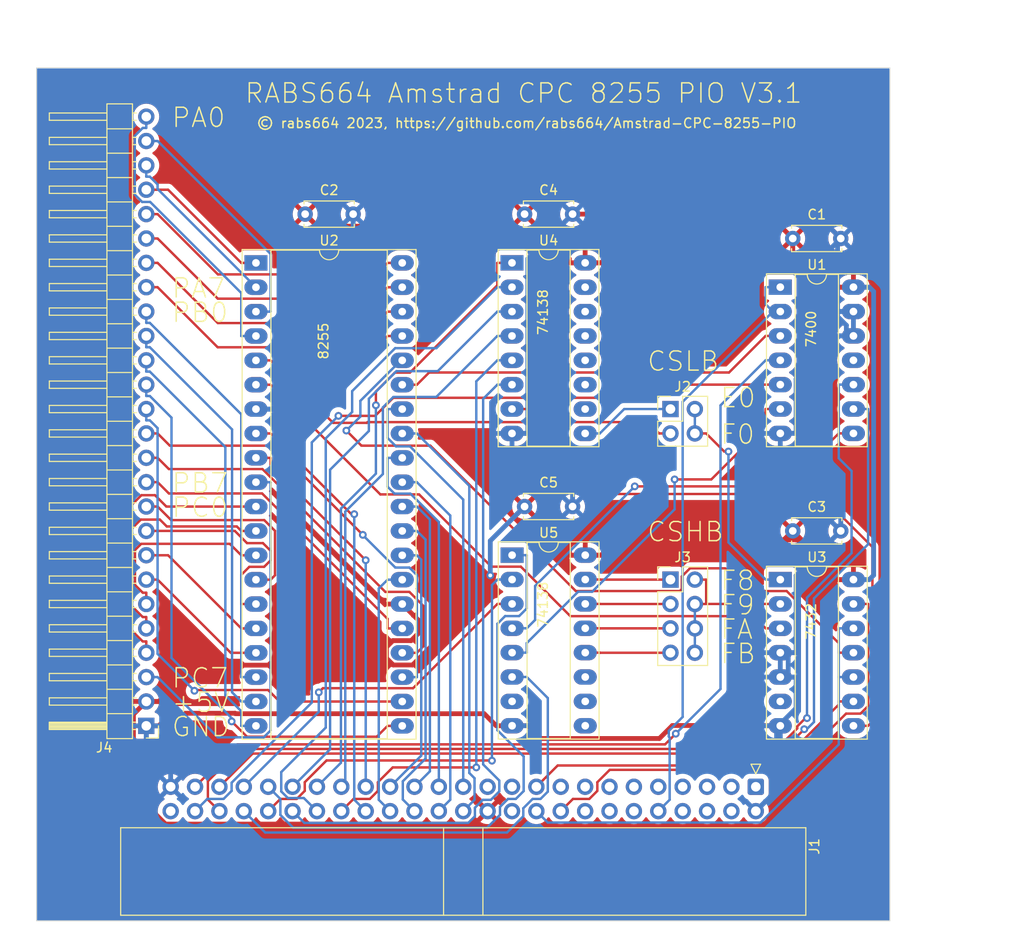
<source format=kicad_pcb>
(kicad_pcb (version 20221018) (generator pcbnew)
  (title_block (title "RABS664 Amstrad CPC 8255 PIO") (date "2023-06-26") (rev "3.1") (company "https://github.com/rabs664/Amstrad-CPC-8255-PIO"))
  (layers (0 "F.Cu" signal) (31 "B.Cu" signal) (34 "B.Paste" user) (35 "F.Paste" user) (36 "B.SilkS" user "B.Silkscreen") (37 "F.SilkS" user "F.Silkscreen") (38 "B.Mask" user) (39 "F.Mask" user) (44 "Edge.Cuts" user))
  (net 0 "")
  (net 1 "+5V")
  (net 2 "GND")
  (net 11 "/~{RESET}")
  (net 19 "/~{WR}")
  (net 20 "/~{RD}")
  (net 21 "/~{IORQ}")
  (net 25 "/D0")
  (net 26 "/D1")
  (net 27 "/D2")
  (net 28 "/D3")
  (net 29 "/D4")
  (net 30 "/D5")
  (net 31 "/D6")
  (net 32 "/D7")
  (net 33 "/A0")
  (net 34 "/A1")
  (net 35 "/A2")
  (net 36 "/A3")
  (net 37 "/A4")
  (net 38 "/A5")
  (net 39 "/A6")
  (net 40 "/A7")
  (net 41 "/A8")
  (net 42 "/A9")
  (net 43 "/A10")
  (net 44 "/A11")
  (net 45 "/A12")
  (net 46 "/A13")
  (net 47 "/A14")
  (net 48 "/A15")
  (net 50 "/E0")
  (net 51 "/~{CSLB}")
  (net 52 "/F0")
  (net 53 "/F8")
  (net 54 "/~{CSHB}")
  (net 55 "/F9")
  (net 56 "/FA")
  (net 57 "/FB")
  (net 58 "/PA0")
  (net 59 "/PA1")
  (net 60 "/PA2")
  (net 61 "/PA3")
  (net 62 "/PA4")
  (net 63 "/PA5")
  (net 64 "/PA6")
  (net 65 "/PA7")
  (net 66 "/PB0")
  (net 67 "/PB1")
  (net 68 "/PB2")
  (net 69 "/PB3")
  (net 70 "/PB4")
  (net 71 "/PB5")
  (net 72 "/PB6")
  (net 73 "/PB7")
  (net 74 "/PC0")
  (net 75 "/PC1")
  (net 76 "/PC2")
  (net 77 "/PC3")
  (net 78 "/PC4")
  (net 79 "/PC5")
  (net 80 "/PC6")
  (net 81 "/PC7")
  (net 82 "/RESET")
  (net 83 "Net-(U5-E2)")
  (net 84 "Net-(U5-E1)")
  (net 86 "/~{IORD}")
  (net 98 "/~{CS}")
  (net 99 "/~{IOWR}")
  (footprint "Package_DIP:DIP-40_W15.24mm_Socket_LongPads" (layer "F.Cu") (at 119.375 88.905)
    (fp_text reference "U2")
    (fp_text value "82C55A")
  )
  (footprint "Package_DIP:DIP-16_W7.62mm_Socket_LongPads" (layer "F.Cu") (at 146.05 88.9)
    (fp_text reference "U4")
    (fp_text value "74HCT138")
  )
  (footprint "Package_DIP:DIP-14_W7.62mm_Socket_LongPads" (layer "F.Cu") (at 174 121.915)
    (fp_text reference "U3")
    (fp_text value "74HCT32")
  )
  (footprint "Capacitor_THT:C_Disc_D5.0mm_W2.5mm_P5.00mm" (layer "F.Cu") (at 175.3 116.84)
    (fp_text reference "C3")
    (fp_text value "100nF")
  )
  (footprint "Package_DIP:DIP-16_W7.62mm_Socket_LongPads" (layer "F.Cu") (at 146.06 119.37)
    (fp_text reference "U5")
    (fp_text value "74HCT138")
  )
  (footprint "Connector_IDC:IDC-Header_2x25_P2.54mm_Horizontal" (layer "F.Cu") (at 171.45 143.51 -90)
    (fp_text reference "J1")
    (fp_text value "Conn_02x25_Odd_Even")
  )
  (footprint "Capacitor_THT:C_Disc_D5.0mm_W2.5mm_P5.00mm" (layer "F.Cu") (at 147.36 83.82)
    (fp_text reference "C4")
    (fp_text value "100nF")
  )
  (footprint "Capacitor_THT:C_Disc_D5.0mm_W2.5mm_P5.00mm" (layer "F.Cu") (at 147.36 114.3)
    (fp_text reference "C5")
    (fp_text value "100nF")
  )
  (footprint "Capacitor_THT:C_Disc_D5.0mm_W2.5mm_P5.00mm" (layer "F.Cu") (at 175.3 86.36)
    (fp_text reference "C1")
    (fp_text value "100nF")
  )
  (footprint "Capacitor_THT:C_Disc_D5.0mm_W2.5mm_P5.00mm" (layer "F.Cu") (at 124.5 83.82)
    (fp_text reference "C2")
    (fp_text value "100nF")
  )
  (footprint "Package_DIP:DIP-14_W7.62mm_Socket_LongPads" (layer "F.Cu") (at 174 91.435)
    (fp_text reference "U1")
    (fp_text value "74HCT00")
  )
  (footprint "Connector_PinHeader_2.54mm:PinHeader_1x26_P2.54mm_Horizontal" (layer "F.Cu") (at 107.95 137.16 180)
    (fp_text reference "J4")
    (fp_text value "Conn_01x26")
  )
  (footprint "Connector_PinHeader_2.54mm:PinHeader_2x02_P2.54mm_Vertical" (layer "F.Cu") (at 162.56 104.14)
    (fp_text reference "J2")
    (fp_text value "Conn_02x02_Odd_Even")
  )
  (footprint "Connector_PinHeader_2.54mm:PinHeader_2x04_P2.54mm_Vertical" (layer "F.Cu") (at 162.56 121.92)
    (fp_text reference "J3")
    (fp_text value "Conn_02x04_Odd_Even")
  )
  (gr_rect (start 96.52 68.58) (end 185.42 157.48) (stroke (width 0.1)) (fill none) (layer "Edge.Cuts"))
  (gr_text "PC7" (at 110.49 133.35) (layer "F.SilkS") (effects (font (size 2 2)) (justify left bottom)))
  (gr_text "PB7" (at 110.49 113.03) (layer "F.SilkS") (effects (font (size 2 2)) (justify left bottom)))
  (gr_text "CSLB" (at 160.02 100.33) (layer "F.SilkS") (effects (font (size 2 2)) (justify left bottom)))
  (gr_text "PA0" (at 110.49 74.93) (layer "F.SilkS") (effects (font (size 2 2)) (justify left bottom)))
  (gr_text "7432" (at 177.8 128.27 90) (layer "F.SilkS") (effects (font (size 1 1)) (justify left bottom)))
  (gr_text "FA" (at 167.64 128.27) (layer "F.SilkS") (effects (font (size 2 2)) (justify left bottom)))
  (gr_text "F8" (at 167.64 123.19) (layer "F.SilkS") (effects (font (size 2 2)) (justify left bottom)))
  (gr_text "© rabs664 2023, https://github.com/rabs664/Amstrad-CPC-8255-PIO" (at 119.38 74.93) (layer "F.SilkS") (effects (font (size 1 1)) (justify left bottom)))
  (gr_text "F9" (at 167.64 125.73) (layer "F.SilkS") (effects (font (size 2 2)) (justify left bottom)))
  (gr_text "PB0" (at 110.49 95.25) (layer "F.SilkS") (effects (font (size 2 2)) (justify left bottom)))
  (gr_text "GND" (at 110.49 138.43) (layer "F.SilkS") (effects (font (size 2 2)) (justify left bottom)))
  (gr_text "8255" (at 127 99.06 90) (layer "F.SilkS") (effects (font (size 1 1)) (justify left bottom)))
  (gr_text "+5V" (at 110.49 135.89) (layer "F.SilkS") (effects (font (size 2 2)) (justify left bottom)))
  (gr_text "E0" (at 167.64 104.14) (layer "F.SilkS") (effects (font (size 2 2)) (justify left bottom)))
  (gr_text "7400" (at 177.8 97.79 90) (layer "F.SilkS") (effects (font (size 1 1)) (justify left bottom)))
  (gr_text "PC0" (at 110.49 115.57) (layer "F.SilkS") (effects (font (size 2 2)) (justify left bottom)))
  (gr_text "F0" (at 167.64 107.95) (layer "F.SilkS") (effects (font (size 2 2)) (justify left bottom)))
  (gr_text "PA7" (at 110.49 92.71) (layer "F.SilkS") (effects (font (size 2 2)) (justify left bottom)))
  (gr_text "CSHB" (at 160.02 118.11) (layer "F.SilkS") (effects (font (size 2 2)) (justify left bottom)))
  (gr_text "74138" (at 149.86 96.52 90) (layer "F.SilkS") (effects (font (size 1 1)) (justify left bottom)))
  (gr_text "RABS664 Amstrad CPC 8255 PIO V3.1" (at 118.11 72.39) (layer "F.SilkS") (effects (font (size 2 2)) (justify left bottom)))
  (gr_text "74138" (at 149.86 127 90) (layer "F.SilkS") (effects (font (size 1 1)) (justify left bottom)))
  (gr_text "FB" (at 167.64 130.81) (layer "F.SilkS") (effects (font (size 2 2)) (justify left bottom)))
  (segment (start 146.1034 85.0766) (end 147.36 83.82) (width 0.5) (layer "F.Cu") (net 1))
  (segment (start 179.9681 91.435) (end 176.943 88.4099) (width 0.5) (layer "F.Cu") (net 1))
  (segment (start 143.51 146.05) (end 142.1576 147.4024) (width 0.5) (layer "F.Cu") (net 1))
  (segment (start 175.8249 117.7718) (end 175.3 117.7718) (width 0.5) (layer "F.Cu") (net 1))
  (segment (start 136.2696 126.1196) (end 134.615 124.465) (width 0.5) (layer "F.Cu") (net 1))
  (segment (start 113.0388 130.8331) (end 132.23 130.8331) (width 0.5) (layer "F.Cu") (net 1))
  (segment (start 142.9358 122.3337) (end 142.9357 122.3337) (width 0.5) (layer "F.Cu") (net 1))
  (segment (start 153.67 88.9) (end 152.0181 88.9) (width 0.5) (layer "F.Cu") (net 1))
  (segment (start 152.0181 88.9) (end 152.0181 88.4781) (width 0.5) (layer "F.Cu") (net 1))
  (segment (start 109.9551 147.4024) (end 106.6123 144.0596) (width 0.5) (layer "F.Cu") (net 1))
  (segment (start 181.62 121.915) (end 179.9681 121.915) (width 0.5) (layer "F.Cu") (net 1))
  (segment (start 132.9631 130.1) (end 132.9631 128.9603) (width 0.5) (layer "F.Cu") (net 1))
  (segment (start 125.7566 85.0766) (end 146.1034 85.0766) (width 0.5) (layer "F.Cu") (net 1))
  (segment (start 152.0281 118.9681) (end 152.0281 119.37) (width 0.5) (layer "F.Cu") (net 1))
  (segment (start 132.9631 128.9603) (end 133.6469 128.2765) (width 0.5) (layer "F.Cu") (net 1))
  (segment (start 132.23 130.8331) (end 132.9631 130.1) (width 0.5) (layer "F.Cu") (net 1))
  (segment (start 147.36 114.3) (end 152.0281 118.9681) (width 0.5) (layer "F.Cu") (net 1))
  (segment (start 133.6469 128.2765) (end 135.5415 128.2765) (width 0.5) (layer "F.Cu") (net 1))
  (segment (start 124.5 83.82) (end 125.7566 85.0766) (width 0.5) (layer "F.Cu") (net 1))
  (segment (start 176.943 88.4099) (end 175.3 88.4099) (width 0.5) (layer "F.Cu") (net 1))
  (segment (start 135.6913 130.815) (end 133.6781 130.815) (width 0.5) (layer "F.Cu") (net 1))
  (segment (start 109.2519 134.62) (end 113.0388 130.8331) (width 0.5) (layer "F.Cu") (net 1))
  (segment (start 106.6123 144.0596) (end 106.6123 135.9577) (width 0.5) (layer "F.Cu") (net 1))
  (segment (start 133.6781 130.815) (end 132.9631 130.1) (width 0.5) (layer "F.Cu") (net 1))
  (segment (start 106.6123 135.9577) (end 107.95 134.62) (width 0.5) (layer "F.Cu") (net 1))
  (segment (start 155.3319 119.37) (end 156.9301 117.7718) (width 0.5) (layer "F.Cu") (net 1))
  (segment (start 153.67 88.9) (end 155.3219 88.9) (width 0.5) (layer "F.Cu") (net 1))
  (segment (start 175.3 116.84) (end 175.3 117.7718) (width 0.5) (layer "F.Cu") (net 1))
  (segment (start 153.68 119.37) (end 155.3319 119.37) (width 0.5) (layer "F.Cu") (net 1))
  (segment (start 143.7885 121.481) (end 142.9358 122.3337) (width 0.5) (layer "F.Cu") (net 1))
  (segment (start 142.9357 123.5706) (end 135.6913 130.815) (width 0.5) (layer "F.Cu") (net 1))
  (segment (start 152.0181 88.4781) (end 147.36 83.82) (width 0.5) (layer "F.Cu") (net 1))
  (segment (start 181.62 91.435) (end 179.9681 91.435) (width 0.5) (layer "F.Cu") (net 1))
  (segment (start 156.9301 117.7718) (end 175.3 117.7718) (width 0.5) (layer "F.Cu") (net 1))
  (segment (start 142.1576 147.4024) (end 109.9551 147.4024) (width 0.5) (layer "F.Cu") (net 1))
  (segment (start 142.9357 122.3337) (end 142.9357 123.5706) (width 0.5) (layer "F.Cu") (net 1))
  (segment (start 179.9681 121.915) (end 175.8249 117.7718) (width 0.5) (layer "F.Cu") (net 1))
  (segment (start 135.5415 128.2765) (end 136.2696 127.5484) (width 0.5) (layer "F.Cu") (net 1))
  (segment (start 107.95 134.62) (end 109.2519 134.62) (width 0.5) (layer "F.Cu") (net 1))
  (segment (start 175.3 88.4099) (end 175.3 86.36) (width 0.5) (layer "F.Cu") (net 1))
  (segment (start 153.68 119.37) (end 152.0281 119.37) (width 0.5) (layer "F.Cu") (net 1))
  (segment (start 155.812 88.4099) (end 155.3219 88.9) (width 0.5) (layer "F.Cu") (net 1))
  (segment (start 136.2696 127.5484) (end 136.2696 126.1196) (width 0.5) (layer "F.Cu") (net 1))
  (segment (start 175.3 88.4099) (end 155.812 88.4099) (width 0.5) (layer "F.Cu") (net 1))
  (via (at 143.7885 121.481) (size 0.8) (drill 0.4) (layers "F.Cu" "B.Cu") (net 1))
  (segment (start 183.2719 121.915) (end 183.7268 121.4601) (width 0.5) (layer "B.Cu") (net 1))
  (segment (start 183.7268 91.8899) (end 183.2719 91.435) (width 0.5) (layer "B.Cu") (net 1))
  (segment (start 181.62 91.435) (end 183.2719 91.435) (width 0.5) (layer "B.Cu") (net 1))
  (segment (start 143.7885 121.481) (end 143.7885 117.8715) (width 0.5) (layer "B.Cu") (net 1))
  (segment (start 181.62 121.915) (end 183.2719 121.915) (width 0.5) (layer "B.Cu") (net 1))
  (segment (start 183.7268 121.4601) (end 183.7268 91.8899) (width 0.5) (layer "B.Cu") (net 1))
  (segment (start 143.7885 117.8715) (end 147.36 114.3) (width 0.5) (layer "B.Cu") (net 1))
  (segment (start 174 137.155) (end 172.3481 137.155) (width 0.5) (layer "F.Cu") (net 2))
  (segment (start 180.3 86.36) (end 177.76 83.82) (width 0.5) (layer "F.Cu") (net 2))
  (segment (start 146.06 137.15) (end 144.4081 137.15) (width 0.5) (layer "F.Cu") (net 2))
  (segment (start 144.4081 137.15) (end 143.1532 135.8951) (width 0.5) (layer "F.Cu") (net 2))
  (segment (start 172.3185 137.1254) (end 162.7588 137.1254) (width 0.5) (layer "F.Cu") (net 2))
  (segment (start 107.95 137.16) (end 109.2519 137.16) (width 0.5) (layer "F.Cu") (net 2))
  (segment (start 143.1532 135.8951) (end 117.2462 135.8951) (width 0.5) (layer "F.Cu") (net 2))
  (segment (start 172.3481 137.155) (end 172.3185 137.1254) (width 0.5) (layer "F.Cu") (net 2))
  (segment (start 110.5645 135.8474) (end 109.2519 137.16) (width 0.5) (layer "F.Cu") (net 2))
  (segment (start 177.76 83.82) (end 152.36 83.82) (width 0.5) (layer "F.Cu") (net 2))
  (segment (start 161.4054 138.4788) (end 149.0407 138.4788) (width 0.5) (layer "F.Cu") (net 2))
  (segment (start 146.06 137.15) (end 147.7119 137.15) (width 0.5) (layer "F.Cu") (net 2))
  (segment (start 117.2462 135.8951) (end 117.1985 135.8474) (width 0.5) (layer "F.Cu") (net 2))
  (segment (start 149.0407 138.4788) (end 147.7119 137.15) (width 0.5) (layer "F.Cu") (net 2))
  (segment (start 117.1985 135.8474) (end 110.5645 135.8474) (width 0.5) (layer "F.Cu") (net 2))
  (segment (start 162.7588 137.1254) (end 161.4054 138.4788) (width 0.5) (layer "F.Cu") (net 2))
  (segment (start 119.375 104.145) (end 121.0269 104.145) (width 0.5) (layer "B.Cu") (net 2))
  (segment (start 174.826 129.535) (end 175.6519 129.535) (width 0.5) (layer "B.Cu") (net 2))
  (segment (start 173.6135 143.8865) (end 171.45 146.05) (width 0.5) (layer "B.Cu") (net 2))
  (segment (start 175.6519 121.4881) (end 175.6519 129.535) (width 0.5) (layer "B.Cu") (net 2))
  (segment (start 152.36 114.3) (end 152.36 111.3381) (width 0.5) (layer "B.Cu") (net 2))
  (segment (start 181.62 96.515) (end 180.882 96.515) (width 0.5) (layer "B.Cu") (net 2))
  (segment (start 130.7702 82.5498) (end 129.5 83.82) (width 0.5) (layer "B.Cu") (net 2))
  (segment (start 175.6519 101.0071) (end 175.6519 106.675) (width 0.5) (layer "B.Cu") (net 2))
  (segment (start 181.62 93.975) (end 179.9681 93.975) (width 0.5) (layer "B.Cu") (net 2))
  (segment (start 174.826 129.535) (end 174.826 132.075) (width 0.5) (layer "B.Cu") (net 2))
  (segment (start 129.5 83.82) (end 129.5 95.6719) (width 0.5) (layer "B.Cu") (net 2))
  (segment (start 174.826 132.075) (end 175.6519 132.075) (width 0.5) (layer "B.Cu") (net 2))
  (segment (start 110.49 141.0019) (end 110.49 143.51) (width 0.5) (layer "B.Cu") (net 2))
  (segment (start 180.144 96.515) (end 175.6519 101.0071) (width 0.5) (layer "B.Cu") (net 2))
  (segment (start 129.5 95.6719) (end 121.0269 104.145) (width 0.5) (layer "B.Cu") (net 2))
  (segment (start 152.36 111.3381) (end 147.7019 106.68) (width 0.5) (layer "B.Cu") (net 2))
  (segment (start 180.3 116.84) (end 175.6519 121.4881) (width 0.5) (layer "B.Cu") (net 2))
  (segment (start 180.3 111.3231) (end 175.6519 106.675) (width 0.5) (layer "B.Cu") (net 2))
  (segment (start 180.882 95.4074) (end 180.8819 95.4074) (width 0.5) (layer "B.Cu") (net 2))
  (segment (start 147.7019 88.4781) (end 147.7019 106.68) (width 0.5) (layer "B.Cu") (net 2))
  (segment (start 180.882 96.515) (end 180.144 96.515) (width 0.5) (layer "B.Cu") (net 2))
  (segment (start 174 132.075) (end 174.826 132.075) (width 0.5) (layer "B.Cu") (net 2))
  (segment (start 174 129.535) (end 174.826 129.535) (width 0.5) (layer "B.Cu") (net 2))
  (segment (start 150.7689 85.4111) (end 147.9076 82.5498) (width 0.5) (layer "B.Cu") (net 2))
  (segment (start 107.95 137.16) (end 107.95 138.4619) (width 0.5) (layer "B.Cu") (net 2))
  (segment (start 179.9681 86.6919) (end 179.9681 93.975) (width 0.5) (layer "B.Cu") (net 2))
  (segment (start 180.882 96.515) (end 180.882 95.4074) (width 0.5) (layer "B.Cu") (net 2))
  (segment (start 146.05 106.68) (end 147.7019 106.68) (width 0.5) (layer "B.Cu") (net 2))
  (segment (start 173.6135 137.155) (end 173.6135 143.8865) (width 0.5) (layer "B.Cu") (net 2))
  (segment (start 150.7689 85.4111) (end 147.7019 88.4781) (width 0.5) (layer "B.Cu") (net 2))
  (segment (start 173.8068 137.155) (end 173.6135 137.155) (width 0.5) (layer "B.Cu") (net 2))
  (segment (start 179.9681 94.4936) (end 179.9681 93.975) (width 0.5) (layer "B.Cu") (net 2))
  (segment (start 107.95 138.4619) (end 110.49 141.0019) (width 0.5) (layer "B.Cu") (net 2))
  (segment (start 174 137.155) (end 173.8068 137.155) (width 0.5) (layer "B.Cu") (net 2))
  (segment (start 180.3 86.36) (end 179.9681 86.6919) (width 0.5) (layer "B.Cu") (net 2))
  (segment (start 175.6519 135.3099) (end 175.6519 132.075) (width 0.5) (layer "B.Cu") (net 2))
  (segment (start 173.8068 137.155) (end 175.6519 135.3099) (width 0.5) (layer "B.Cu") (net 2))
  (segment (start 174 106.675) (end 175.6519 106.675) (width 0.5) (layer "B.Cu") (net 2))
  (segment (start 152.36 83.82) (end 150.7689 85.4111) (width 0.5) (layer "B.Cu") (net 2))
  (segment (start 180.3 116.84) (end 180.3 111.3231) (width 0.5) (layer "B.Cu") (net 2))
  (segment (start 147.9076 82.5498) (end 130.7702 82.5498) (width 0.5) (layer "B.Cu") (net 2))
  (segment (start 180.8819 95.4074) (end 179.9681 94.4936) (width 0.5) (layer "B.Cu") (net 2))
  (segment (start 172.4731 93.2115) (end 172.4731 91.435) (width 0.25) (layer "B.Cu") (net 11))
  (segment (start 173.2366 93.975) (end 163.8299 103.3817) (width 0.25) (layer "B.Cu") (net 11))
  (segment (start 163.8299 103.3817) (end 163.8299 136.2311) (width 0.25) (layer "B.Cu") (net 11))
  (segment (start 173.2366 93.975) (end 172.4731 93.2115) (width 0.25) (layer "B.Cu") (net 11))
  (segment (start 162.3847 138.2783) (end 162.4749 138.3685) (width 0.25) (layer "B.Cu") (net 11))
  (segment (start 174 91.435) (end 172.4731 91.435) (width 0.25) (layer "B.Cu") (net 11))
  (segment (start 174 93.975) (end 173.2366 93.975) (width 0.25) (layer "B.Cu") (net 11))
  (segment (start 162.4749 138.3685) (end 162.4749 144.8651) (width 0.25) (layer "B.Cu") (net 11))
  (segment (start 162.3847 137.6763) (end 162.3847 138.2783) (width 0.25) (layer "B.Cu") (net 11))
  (segment (start 163.8299 136.2311) (end 162.3847 137.6763) (width 0.25) (layer "B.Cu") (net 11))
  (segment (start 162.4749 144.8651) (end 161.29 146.05) (width 0.25) (layer "B.Cu") (net 11))
  (segment (start 154.9401 143.0368) (end 156.2314 141.7455) (width 0.25) (layer "F.Cu") (net 19))
  (segment (start 156.2314 141.7455) (end 174.993 141.7455) (width 0.25) (layer "F.Cu") (net 19))
  (segment (start 182.3586 135.885) (end 183.1469 135.0967) (width 0.25) (layer "F.Cu") (net 19))
  (segment (start 154.9401 143.9408) (end 154.9401 143.0368) (width 0.25) (layer "F.Cu") (net 19))
  (segment (start 154.1009 144.78) (end 154.9401 143.9408) (width 0.25) (layer "F.Cu") (net 19))
  (segment (start 151.13 146.05) (end 152.4 144.78) (width 0.25) (layer "F.Cu") (net 19))
  (segment (start 183.1469 135.0967) (end 183.1469 124.455) (width 0.25) (layer "F.Cu") (net 19))
  (segment (start 180.8535 135.885) (end 182.3586 135.885) (width 0.25) (layer "F.Cu") (net 19))
  (segment (start 174.993 141.7455) (end 180.8535 135.885) (width 0.25) (layer "F.Cu") (net 19))
  (segment (start 181.62 124.455) (end 183.1469 124.455) (width 0.25) (layer "F.Cu") (net 19))
  (segment (start 152.4 144.78) (end 154.1009 144.78) (width 0.25) (layer "F.Cu") (net 19))
  (segment (start 181.62 134.615) (end 180.0931 134.615) (width 0.25) (layer "F.Cu") (net 20))
  (segment (start 148.59 143.51) (end 150.8064 141.2936) (width 0.25) (layer "F.Cu") (net 20))
  (segment (start 150.8064 141.2936) (end 173.7418 141.2936) (width 0.25) (layer "F.Cu") (net 20))
  (segment (start 180.0931 134.9423) (end 180.0931 134.615) (width 0.25) (layer "F.Cu") (net 20))
  (segment (start 173.7418 141.2936) (end 180.0931 134.9423) (width 0.25) (layer "F.Cu") (net 20))
  (segment (start 149.7812 147.2412) (end 171.9558 147.2412) (width 0.25) (layer "B.Cu") (net 21))
  (segment (start 180.0931 139.1039) (end 180.0931 132.075) (width 0.25) (layer "B.Cu") (net 21))
  (segment (start 181.62 132.075) (end 180.0931 132.075) (width 0.25) (layer "B.Cu") (net 21))
  (segment (start 181.62 126.995) (end 180.0931 126.995) (width 0.25) (layer "B.Cu") (net 21))
  (segment (start 148.59 146.05) (end 149.7812 147.2412) (width 0.25) (layer "B.Cu") (net 21))
  (segment (start 180.0931 126.995) (end 180.0931 132.075) (width 0.25) (layer "B.Cu") (net 21))
  (segment (start 171.9558 147.2412) (end 180.0931 139.1039) (width 0.25) (layer "B.Cu") (net 21))
  (segment (start 134.615 104.145) (end 133.0881 104.145) (width 0.25) (layer "B.Cu") (net 25))
  (segment (start 140.97 113.5811) (end 135.4178 108.0289) (width 0.25) (layer "B.Cu") (net 25))
  (segment (start 140.97 143.51) (end 140.97 113.5811) (width 0.25) (layer "B.Cu") (net 25))
  (segment (start 133.9641 108.0289) (end 133.0881 107.1529) (width 0.25) (layer "B.Cu") (net 25))
  (segment (start 135.4178 108.0289) (end 133.9641 108.0289) (width 0.25) (layer "B.Cu") (net 25))
  (segment (start 133.0881 107.1529) (end 133.0881 104.145) (width 0.25) (layer "B.Cu") (net 25))
  (segment (start 136.1419 106.685) (end 141.6032 112.1463) (width 0.25) (layer "B.Cu") (net 26))
  (segment (start 141.6032 112.1463) (end 141.6032 142.0741) (width 0.25) (layer "B.Cu") (net 26))
  (segment (start 141.6032 142.0741) (end 142.1469 142.6178) (width 0.25) (layer "B.Cu") (net 26))
  (segment (start 134.615 106.685) (end 136.1419 106.685) (width 0.25) (layer "B.Cu") (net 26))
  (segment (start 142.1469 144.8731) (end 140.97 146.05) (width 0.25) (layer "B.Cu") (net 26))
  (segment (start 142.1469 142.6178) (end 142.1469 144.8731) (width 0.25) (layer "B.Cu") (net 26))
  (segment (start 135.4666 112.9564) (end 133.8071 112.9564) (width 0.25) (layer "B.Cu") (net 27))
  (segment (start 134.615 109.225) (end 133.0881 109.225) (width 0.25) (layer "B.Cu") (net 27))
  (segment (start 138.43 143.51) (end 138.43 115.9198) (width 0.25) (layer "B.Cu") (net 27))
  (segment (start 138.43 115.9198) (end 135.4666 112.9564) (width 0.25) (layer "B.Cu") (net 27))
  (segment (start 133.0881 112.2374) (end 133.0881 109.225) (width 0.25) (layer "B.Cu") (net 27))
  (segment (start 133.8071 112.9564) (end 133.0881 112.2374) (width 0.25) (layer "B.Cu") (net 27))
  (segment (start 134.615 111.765) (end 136.1419 111.765) (width 0.25) (layer "B.Cu") (net 28))
  (segment (start 139.6206 115.2437) (end 139.6206 144.8594) (width 0.25) (layer "B.Cu") (net 28))
  (segment (start 139.6206 144.8594) (end 138.43 146.05) (width 0.25) (layer "B.Cu") (net 28))
  (segment (start 136.1419 111.765) (end 139.6206 115.2437) (width 0.25) (layer "B.Cu") (net 28))
  (segment (start 135.89 143.51) (end 137.4977 141.9023) (width 0.25) (layer "B.Cu") (net 29))
  (segment (start 134.615 114.305) (end 136.1419 114.305) (width 0.25) (layer "B.Cu") (net 29))
  (segment (start 137.4977 115.6608) (end 136.1419 114.305) (width 0.25) (layer "B.Cu") (net 29))
  (segment (start 137.4977 141.9023) (end 137.4977 115.6608) (width 0.25) (layer "B.Cu") (net 29))
  (segment (start 134.6747 142.9427) (end 137.0458 140.5716) (width 0.25) (layer "B.Cu") (net 30))
  (segment (start 134.6747 144.8347) (end 134.6747 142.9427) (width 0.25) (layer "B.Cu") (net 30))
  (segment (start 135.89 146.05) (end 134.6747 144.8347) (width 0.25) (layer "B.Cu") (net 30))
  (segment (start 137.0458 140.5716) (end 137.0458 117.7489) (width 0.25) (layer "B.Cu") (net 30))
  (segment (start 134.615 116.845) (end 136.1419 116.845) (width 0.25) (layer "B.Cu") (net 30))
  (segment (start 137.0458 117.7489) (end 136.1419 116.845) (width 0.25) (layer "B.Cu") (net 30))
  (segment (start 136.5939 119.837) (end 136.1419 119.385) (width 0.25) (layer "B.Cu") (net 31))
  (segment (start 133.35 143.51) (end 136.5939 140.2661) (width 0.25) (layer "B.Cu") (net 31))
  (segment (start 134.615 119.385) (end 136.1419 119.385) (width 0.25) (layer "B.Cu") (net 31))
  (segment (start 136.5939 140.2661) (end 136.5939 119.837) (width 0.25) (layer "B.Cu") (net 31))
  (segment (start 132.1698 122.8433) (end 133.0881 121.925) (width 0.25) (layer "B.Cu") (net 32))
  (segment (start 134.615 121.925) (end 133.0881 121.925) (width 0.25) (layer "B.Cu") (net 32))
  (segment (start 133.35 146.05) (end 132.1698 144.8698) (width 0.25) (layer "B.Cu") (net 32))
  (segment (start 132.1698 144.8698) (end 132.1698 122.8433) (width 0.25) (layer "B.Cu") (net 32))
  (segment (start 120.9019 109.225) (end 120.9019 109.9879) (width 0.25) (layer "F.Cu") (net 33))
  (segment (start 119.375 109.225) (end 120.9019 109.225) (width 0.25) (layer "F.Cu") (net 33))
  (segment (start 120.9019 109.9879) (end 130.81 119.896) (width 0.25) (layer "F.Cu") (net 33))
  (via (at 130.81 119.896) (size 0.8) (drill 0.4) (layers "F.Cu" "B.Cu") (net 33))
  (segment (start 130.81 143.51) (end 130.81 119.896) (width 0.25) (layer "B.Cu") (net 33))
  (segment (start 119.375 106.685) (end 120.9019 106.685) (width 0.25) (layer "F.Cu") (net 34))
  (segment (start 120.9019 106.685) (end 129.3131 115.0962) (width 0.25) (layer "F.Cu") (net 34))
  (segment (start 129.3131 115.0962) (end 129.6155 115.0962) (width 0.25) (layer "F.Cu") (net 34))
  (segment (start 129.6155 115.0962) (end 129.6155 115.0963) (width 0.25) (layer "F.Cu") (net 34))
  (via (at 129.6155 115.0963) (size 0.8) (drill 0.4) (layers "F.Cu" "B.Cu") (net 34))
  (segment (start 130.81 146.05) (end 129.6155 144.8555) (width 0.25) (layer "B.Cu") (net 34))
  (segment (start 129.6155 144.8555) (end 129.6155 115.0963) (width 0.25) (layer "B.Cu") (net 34))
  (segment (start 128.6808 114.8294) (end 132.5982 110.912) (width 0.25) (layer "B.Cu") (net 35))
  (segment (start 132.5982 103.969) (end 133.6925 102.8747) (width 0.25) (layer "B.Cu") (net 35))
  (segment (start 138.1684 102.8747) (end 144.5231 96.52) (width 0.25) (layer "B.Cu") (net 35))
  (segment (start 133.6925 102.8747) (end 138.1684 102.8747) (width 0.25) (layer "B.Cu") (net 35))
  (segment (start 132.5982 110.912) (end 132.5982 103.969) (width 0.25) (layer "B.Cu") (net 35))
  (segment (start 128.6808 143.0992) (end 128.6808 114.8294) (width 0.25) (layer "B.Cu") (net 35))
  (segment (start 128.27 143.51) (end 128.6808 143.0992) (width 0.25) (layer "B.Cu") (net 35))
  (segment (start 146.05 96.52) (end 144.5231 96.52) (width 0.25) (layer "B.Cu") (net 35))
  (segment (start 133.6226 141.4948) (end 142.3301 141.4948) (width 0.25) (layer "F.Cu") (net 36))
  (segment (start 132.08 143.9409) (end 132.08 143.0374) (width 0.25) (layer "F.Cu") (net 36))
  (segment (start 131.2409 144.78) (end 132.08 143.9409) (width 0.25) (layer "F.Cu") (net 36))
  (segment (start 129.54 144.78) (end 131.2409 144.78) (width 0.25) (layer "F.Cu") (net 36))
  (segment (start 128.27 146.05) (end 129.54 144.78) (width 0.25) (layer "F.Cu") (net 36))
  (segment (start 132.08 143.0374) (end 133.6226 141.4948) (width 0.25) (layer "F.Cu") (net 36))
  (via (at 142.3301 141.4948) (size 0.8) (drill 0.4) (layers "F.Cu" "B.Cu") (net 36))
  (segment (start 142.3301 141.4948) (end 142.3301 101.253) (width 0.25) (layer "B.Cu") (net 36))
  (segment (start 146.05 99.06) (end 144.5231 99.06) (width 0.25) (layer "B.Cu") (net 36))
  (segment (start 142.3301 101.253) (end 144.5231 99.06) (width 0.25) (layer "B.Cu") (net 36))
  (segment (start 135.4242 100.335) (end 144.5231 91.2361) (width 0.25) (layer "F.Cu") (net 37))
  (segment (start 131.8713 103.744) (end 131.8713 102.3138) (width 0.25) (layer "F.Cu") (net 37))
  (segment (start 144.5231 91.2361) (end 144.5231 88.9) (width 0.25) (layer "F.Cu") (net 37))
  (segment (start 131.8713 102.3138) (end 133.8501 100.335) (width 0.25) (layer "F.Cu") (net 37))
  (segment (start 146.05 88.9) (end 144.5231 88.9) (width 0.25) (layer "F.Cu") (net 37))
  (segment (start 133.8501 100.335) (end 135.4242 100.335) (width 0.25) (layer "F.Cu") (net 37))
  (via (at 131.8713 103.744) (size 0.8) (drill 0.4) (layers "F.Cu" "B.Cu") (net 37))
  (segment (start 125.73 143.51) (end 128.2289 141.0111) (width 0.25) (layer "B.Cu") (net 37))
  (segment (start 131.8713 110.8704) (end 131.8713 103.744) (width 0.25) (layer "B.Cu") (net 37))
  (segment (start 128.2289 141.0111) (end 128.2289 114.5128) (width 0.25) (layer "B.Cu") (net 37))
  (segment (start 128.2289 114.5128) (end 131.8713 110.8704) (width 0.25) (layer "B.Cu") (net 37))
  (segment (start 133.8747 97.795) (end 129.3966 102.2731) (width 0.25) (layer "B.Cu") (net 38))
  (segment (start 146.05 91.44) (end 144.5231 91.44) (width 0.25) (layer "B.Cu") (net 38))
  (segment (start 124.3669 144.6869) (end 125.73 146.05) (width 0.25) (layer "B.Cu") (net 38))
  (segment (start 144.5231 91.44) (end 138.1681 97.795) (width 0.25) (layer "B.Cu") (net 38))
  (segment (start 122.7005 144.6869) (end 124.3669 144.6869) (width 0.25) (layer "B.Cu") (net 38))
  (segment (start 126.6466 107.1964) (end 126.6466 137.3435) (width 0.25) (layer "B.Cu") (net 38))
  (segment (start 122.0099 141.9802) (end 122.0099 143.9963) (width 0.25) (layer "B.Cu") (net 38))
  (segment (start 129.3966 104.4464) (end 126.6466 107.1964) (width 0.25) (layer "B.Cu") (net 38))
  (segment (start 122.0099 143.9963) (end 122.7005 144.6869) (width 0.25) (layer "B.Cu") (net 38))
  (segment (start 138.1681 97.795) (end 133.8747 97.795) (width 0.25) (layer "B.Cu") (net 38))
  (segment (start 129.3966 102.2731) (end 129.3966 104.4464) (width 0.25) (layer "B.Cu") (net 38))
  (segment (start 126.6466 137.3435) (end 122.0099 141.9802) (width 0.25) (layer "B.Cu") (net 38))
  (segment (start 127.0985 110.4659) (end 131.139 106.4254) (width 0.25) (layer "B.Cu") (net 39))
  (segment (start 146.05 93.98) (end 144.5231 93.98) (width 0.25) (layer "B.Cu") (net 39))
  (segment (start 131.139 106.4254) (end 131.139 103.0633) (width 0.25) (layer "B.Cu") (net 39))
  (segment (start 127.0985 139.6015) (end 127.0985 110.4659) (width 0.25) (layer "B.Cu") (net 39))
  (segment (start 123.19 143.51) (end 127.0985 139.6015) (width 0.25) (layer "B.Cu") (net 39))
  (segment (start 138.3112 100.1919) (end 144.5231 93.98) (width 0.25) (layer "B.Cu") (net 39))
  (segment (start 131.139 103.0633) (end 134.0104 100.1919) (width 0.25) (layer "B.Cu") (net 39))
  (segment (start 134.0104 100.1919) (end 138.3112 100.1919) (width 0.25) (layer "B.Cu") (net 39))
  (segment (start 146.05 101.6) (end 144.5231 101.6) (width 0.25) (layer "B.Cu") (net 40))
  (segment (start 142.1868 146.5851) (end 142.1868 145.6933) (width 0.25) (layer "B.Cu") (net 40))
  (segment (start 144.7276 142.8643) (end 143.0439 141.1806) (width 0.25) (layer "B.Cu") (net 40))
  (segment (start 123.19 146.05) (end 124.4156 147.2756) (width 0.25) (layer "B.Cu") (net 40))
  (segment (start 141.4963 147.2756) (end 142.1868 146.5851) (width 0.25) (layer "B.Cu") (net 40))
  (segment (start 124.4156 147.2756) (end 141.4963 147.2756) (width 0.25) (layer "B.Cu") (net 40))
  (segment (start 143.007 144.8731) (end 143.8478 144.8731) (width 0.25) (layer "B.Cu") (net 40))
  (segment (start 143.8478 144.8731) (end 144.7276 143.9933) (width 0.25) (layer "B.Cu") (net 40))
  (segment (start 142.1868 145.6933) (end 143.007 144.8731) (width 0.25) (layer "B.Cu") (net 40))
  (segment (start 143.0439 141.1806) (end 143.0439 103.0792) (width 0.25) (layer "B.Cu") (net 40))
  (segment (start 144.7276 143.9933) (end 144.7276 142.8643) (width 0.25) (layer "B.Cu") (net 40))
  (segment (start 143.0439 103.0792) (end 144.5231 101.6) (width 0.25) (layer "B.Cu") (net 40))
  (segment (start 123.2534 147.7787) (end 143.4584 147.7787) (width 0.25) (layer "B.Cu") (net 41))
  (segment (start 147.5869 124.9251) (end 147.5869 119.37) (width 0.25) (layer "B.Cu") (net 41))
  (segment (start 147.2653 143.9595) (end 147.2653 140.349) (width 0.25) (layer "B.Cu") (net 41))
  (segment (start 145.3311 125.72) (end 146.792 125.72) (width 0.25) (layer "B.Cu") (net 41))
  (segment (start 120.65 143.51) (end 121.92 144.78) (width 0.25) (layer "B.Cu") (net 41))
  (segment (start 146.4448 144.78) (end 147.2653 143.9595) (width 0.25) (layer "B.Cu") (net 41))
  (segment (start 143.4584 147.7787) (end 144.7979 146.4392) (width 0.25) (layer "B.Cu") (net 41))
  (segment (start 145.6281 144.78) (end 146.4448 144.78) (width 0.25) (layer "B.Cu") (net 41))
  (segment (start 121.92 144.78) (end 121.92 146.4453) (width 0.25) (layer "B.Cu") (net 41))
  (segment (start 144.5331 126.518) (end 145.3311 125.72) (width 0.25) (layer "B.Cu") (net 41))
  (segment (start 147.2653 140.349) (end 144.5331 137.6168) (width 0.25) (layer "B.Cu") (net 41))
  (segment (start 121.92 146.4453) (end 123.2534 147.7787) (width 0.25) (layer "B.Cu") (net 41))
  (segment (start 146.06 119.37) (end 147.5869 119.37) (width 0.25) (layer "B.Cu") (net 41))
  (segment (start 144.7979 145.6102) (end 145.6281 144.78) (width 0.25) (layer "B.Cu") (net 41))
  (segment (start 144.5331 137.6168) (end 144.5331 126.518) (width 0.25) (layer "B.Cu") (net 41))
  (segment (start 146.792 125.72) (end 147.5869 124.9251) (width 0.25) (layer "B.Cu") (net 41))
  (segment (start 144.7979 146.4392) (end 144.7979 145.6102) (width 0.25) (layer "B.Cu") (net 41))
  (segment (start 123.6209 144.78) (end 121.92 144.78) (width 0.25) (layer "F.Cu") (net 42))
  (segment (start 143.9608 140.7932) (end 143.9355 140.7679) (width 0.25) (layer "F.Cu") (net 42))
  (segment (start 121.92 144.78) (end 120.65 146.05) (width 0.25) (layer "F.Cu") (net 42))
  (segment (start 124.46 143.0374) (end 124.46 143.9409) (width 0.25) (layer "F.Cu") (net 42))
  (segment (start 143.9355 140.7679) (end 126.7295 140.7679) (width 0.25) (layer "F.Cu") (net 42))
  (segment (start 124.46 143.9409) (end 123.6209 144.78) (width 0.25) (layer "F.Cu") (net 42))
  (segment (start 126.7295 140.7679) (end 124.46 143.0374) (width 0.25) (layer "F.Cu") (net 42))
  (via (at 143.9608 140.7932) (size 0.8) (drill 0.4) (layers "F.Cu" "B.Cu") (net 42))
  (segment (start 143.9608 122.4823) (end 143.9608 140.7932) (width 0.25) (layer "B.Cu") (net 42))
  (segment (start 146.06 121.91) (end 144.5331 121.91) (width 0.25) (layer "B.Cu") (net 42))
  (segment (start 144.5331 121.91) (end 143.9608 122.4823) (width 0.25) (layer "B.Cu") (net 42))
  (segment (start 126.3509 133.2352) (end 125.9196 133.6665) (width 0.25) (layer "F.Cu") (net 43))
  (segment (start 135.7479 133.2352) (end 126.3509 133.2352) (width 0.25) (layer "F.Cu") (net 43))
  (segment (start 146.06 124.45) (end 144.5331 124.45) (width 0.25) (layer "F.Cu") (net 43))
  (segment (start 144.5331 124.45) (end 135.7479 133.2352) (width 0.25) (layer "F.Cu") (net 43))
  (via (at 125.9196 133.6665) (size 0.8) (drill 0.4) (layers "F.Cu" "B.Cu") (net 43))
  (segment (start 125.9196 135.7004) (end 125.9196 133.6665) (width 0.25) (layer "B.Cu") (net 43))
  (segment (start 118.11 143.51) (end 125.9196 135.7004) (width 0.25) (layer "B.Cu") (net 43))
  (segment (start 148.1957 144.78) (end 149.0209 144.78) (width 0.25) (layer "B.Cu") (net 44))
  (segment (start 120.3388 148.2788) (end 145.5331 148.2788) (width 0.25) (layer "B.Cu") (net 44))
  (segment (start 146.06 132.07) (end 147.5869 132.07) (width 0.25) (layer "B.Cu") (net 44))
  (segment (start 149.7808 134.2639) (end 147.5869 132.07) (width 0.25) (layer "B.Cu") (net 44))
  (segment (start 147.2269 145.7488) (end 148.1957 144.78) (width 0.25) (layer "B.Cu") (net 44))
  (segment (start 145.5331 148.2788) (end 147.2269 146.585) (width 0.25) (layer "B.Cu") (net 44))
  (segment (start 118.11 146.05) (end 120.3388 148.2788) (width 0.25) (layer "B.Cu") (net 44))
  (segment (start 147.2269 146.585) (end 147.2269 145.7488) (width 0.25) (layer "B.Cu") (net 44))
  (segment (start 149.7808 144.0201) (end 149.7808 134.2639) (width 0.25) (layer "B.Cu") (net 44))
  (segment (start 149.0209 144.78) (end 149.7808 144.0201) (width 0.25) (layer "B.Cu") (net 44))
  (segment (start 176.4959 137.5115) (end 173.9577 140.0497) (width 0.25) (layer "F.Cu") (net 45))
  (segment (start 119.0303 140.0497) (end 115.57 143.51) (width 0.25) (layer "F.Cu") (net 45))
  (segment (start 173.9577 140.0497) (end 119.0303 140.0497) (width 0.25) (layer "F.Cu") (net 45))
  (via (at 176.4959 137.5115) (size 0.8) (drill 0.4) (layers "F.Cu" "B.Cu") (net 45))
  (segment (start 176.7602 137.5115) (end 176.4959 137.5115) (width 0.25) (layer "B.Cu") (net 45))
  (segment (start 183.1469 104.135) (end 183.1469 118.2357) (width 0.25) (layer "B.Cu") (net 45))
  (segment (start 177.5106 136.7611) (end 176.7602 137.5115) (width 0.25) (layer "B.Cu") (net 45))
  (segment (start 183.1469 118.2357) (end 177.5106 123.872) (width 0.25) (layer "B.Cu") (net 45))
  (segment (start 181.62 104.135) (end 183.1469 104.135) (width 0.25) (layer "B.Cu") (net 45))
  (segment (start 177.5106 123.872) (end 177.5106 136.7611) (width 0.25) (layer "B.Cu") (net 45))
  (segment (start 175.769 137.2105) (end 175.769 137.4228) (width 0.25) (layer "F.Cu") (net 46))
  (segment (start 175.769 137.4228) (end 173.6217 139.5701) (width 0.25) (layer "F.Cu") (net 46))
  (segment (start 173.6217 139.5701) (end 117.7272 139.5701) (width 0.25) (layer "F.Cu") (net 46))
  (segment (start 114.3678 142.9295) (end 114.3678 144.8478) (width 0.25) (layer "F.Cu") (net 46))
  (segment (start 176.6257 136.3538) (end 175.769 137.2105) (width 0.25) (layer "F.Cu") (net 46))
  (segment (start 117.7272 139.5701) (end 114.3678 142.9295) (width 0.25) (layer "F.Cu") (net 46))
  (segment (start 114.3678 144.8478) (end 115.57 146.05) (width 0.25) (layer "F.Cu") (net 46))
  (segment (start 176.7835 136.3538) (end 176.6257 136.3538) (width 0.25) (layer "F.Cu") (net 46))
  (via (at 176.7835 136.3538) (size 0.8) (drill 0.4) (layers "F.Cu" "B.Cu") (net 46))
  (segment (start 181.4284 119.1542) (end 176.7835 123.7991) (width 0.25) (layer "B.Cu") (net 46))
  (segment (start 181.62 101.595) (end 180.0931 101.595) (width 0.25) (layer "B.Cu") (net 46))
  (segment (start 180.0931 101.595) (end 180.0931 109.2659) (width 0.25) (layer "B.Cu") (net 46))
  (segment (start 180.0931 109.2659) (end 181.4284 110.6012) (width 0.25) (layer "B.Cu") (net 46))
  (segment (start 181.4284 110.6012) (end 181.4284 119.1542) (width 0.25) (layer "B.Cu") (net 46))
  (segment (start 176.7835 123.7991) (end 176.7835 136.3538) (width 0.25) (layer "B.Cu") (net 46))
  (segment (start 117.4502 139.0898) (end 113.03 143.51) (width 0.25) (layer "F.Cu") (net 47))
  (segment (start 163.1116 137.9773) (end 161.9991 139.0898) (width 0.25) (layer "F.Cu") (net 47))
  (segment (start 161.9991 139.0898) (end 117.4502 139.0898) (width 0.25) (layer "F.Cu") (net 47))
  (via (at 163.1116 137.9773) (size 0.8) (drill 0.4) (layers "F.Cu" "B.Cu") (net 47))
  (segment (start 167.7718 103.7563) (end 172.4731 99.055) (width 0.25) (layer "B.Cu") (net 47))
  (segment (start 163.1116 137.9773) (end 167.7718 133.3171) (width 0.25) (layer "B.Cu") (net 47))
  (segment (start 174 99.055) (end 172.4731 99.055) (width 0.25) (layer "B.Cu") (net 47))
  (segment (start 167.7718 133.3171) (end 167.7718 103.7563) (width 0.25) (layer "B.Cu") (net 47))
  (segment (start 155.1954 102.9647) (end 156.5651 101.595) (width 0.25) (layer "F.Cu") (net 48))
  (segment (start 156.5651 101.595) (end 174 101.595) (width 0.25) (layer "F.Cu") (net 48))
  (segment (start 127.9675 104.8473) (end 131.796 104.8473) (width 0.25) (layer "F.Cu") (net 48))
  (segment (start 133.6786 102.9647) (end 155.1954 102.9647) (width 0.25) (layer "F.Cu") (net 48))
  (segment (start 131.796 104.8473) (end 133.6786 102.9647) (width 0.25) (layer "F.Cu") (net 48))
  (via (at 127.9675 104.8473) (size 0.8) (drill 0.4) (layers "F.Cu" "B.Cu") (net 48))
  (segment (start 116.84 143.0893) (end 116.84 143.9409) (width 0.25) (layer "B.Cu") (net 48))
  (segment (start 116.84 143.9409) (end 116.0009 144.78) (width 0.25) (layer "B.Cu") (net 48))
  (segment (start 127.9675 104.8473) (end 125.1927 107.6221) (width 0.25) (layer "B.Cu") (net 48))
  (segment (start 114.3 144.78) (end 113.03 146.05) (width 0.25) (layer "B.Cu") (net 48))
  (segment (start 116.0009 144.78) (end 114.3 144.78) (width 0.25) (layer "B.Cu") (net 48))
  (segment (start 125.1927 107.6221) (end 125.1927 134.7366) (width 0.25) (layer "B.Cu") (net 48))
  (segment (start 125.1927 134.7366) (end 116.84 143.0893) (width 0.25) (layer "B.Cu") (net 48))
  (segment (start 157.7369 104.14) (end 155.1969 106.68) (width 0.25) (layer "B.Cu") (net 50))
  (segment (start 153.67 106.68) (end 155.1969 106.68) (width 0.25) (layer "B.Cu") (net 50))
  (segment (start 162.56 104.14) (end 157.7369 104.14) (width 0.25) (layer "B.Cu") (net 50))
  (segment (start 165.1 106.68) (end 166.2769 106.68) (width 0.25) (layer "F.Cu") (net 51))
  (segment (start 168.1605 108.5636) (end 168.6013 108.5636) (width 0.25) (layer "F.Cu") (net 51))
  (segment (start 166.2769 106.68) (end 168.1605 108.5636) (width 0.25) (layer "F.Cu") (net 51))
  (via (at 168.6013 108.5636) (size 0.8) (drill 0.4) (layers "F.Cu" "B.Cu") (net 51))
  (segment (start 168.6013 108.5636) (end 168.6013 118.0432) (width 0.25) (layer "B.Cu") (net 51))
  (segment (start 174 121.915) (end 172.4731 121.915) (width 0.25) (layer "B.Cu") (net 51))
  (segment (start 168.6013 118.0432) (end 172.4731 121.915) (width 0.25) (layer "B.Cu") (net 51))
  (segment (start 165.1 104.14) (end 165.1 106.68) (width 0.25) (layer "B.Cu") (net 51))
  (segment (start 162.56 106.68) (end 161.3831 106.68) (width 0.25) (layer "F.Cu") (net 52))
  (segment (start 146.05 104.14) (end 147.5769 104.14) (width 0.25) (layer "F.Cu") (net 52))
  (segment (start 148.9385 105.5016) (end 147.5769 104.14) (width 0.25) (layer "F.Cu") (net 52))
  (segment (start 160.2047 105.5016) (end 148.9385 105.5016) (width 0.25) (layer "F.Cu") (net 52))
  (segment (start 161.3831 106.68) (end 160.2047 105.5016) (width 0.25) (layer "F.Cu") (net 52))
  (segment (start 162.56 121.92) (end 155.2169 121.92) (width 0.25) (layer "F.Cu") (net 53))
  (segment (start 153.68 121.91) (end 155.2069 121.91) (width 0.25) (layer "F.Cu") (net 53))
  (segment (start 155.2169 121.92) (end 155.2069 121.91) (width 0.25) (layer "F.Cu") (net 53))
  (segment (start 166.2769 124.46) (end 166.2769 124.455) (width 0.25) (layer "F.Cu") (net 54))
  (segment (start 166.2769 124.455) (end 166.2769 121.92) (width 0.25) (layer "F.Cu") (net 54))
  (segment (start 165.1 121.92) (end 166.2769 121.92) (width 0.25) (layer "F.Cu") (net 54))
  (segment (start 174 124.455) (end 172.4731 124.455) (width 0.25) (layer "F.Cu") (net 54))
  (segment (start 165.1 124.46) (end 166.2769 124.46) (width 0.25) (layer "F.Cu") (net 54))
  (segment (start 172.4731 124.455) (end 166.2769 124.455) (width 0.25) (layer "F.Cu") (net 54))
  (segment (start 165.1 127) (end 165.1 124.46) (width 0.25) (layer "B.Cu") (net 54))
  (segment (start 165.1 129.54) (end 165.1 127) (width 0.25) (layer "B.Cu") (net 54))
  (segment (start 155.2169 124.46) (end 155.2069 124.45) (width 0.25) (layer "F.Cu") (net 55))
  (segment (start 153.68 124.45) (end 155.2069 124.45) (width 0.25) (layer "F.Cu") (net 55))
  (segment (start 162.56 124.46) (end 155.2169 124.46) (width 0.25) (layer "F.Cu") (net 55))
  (segment (start 155.2169 127) (end 155.2069 126.99) (width 0.25) (layer "F.Cu") (net 56))
  (segment (start 162.56 127) (end 155.2169 127) (width 0.25) (layer "F.Cu") (net 56))
  (segment (start 153.68 126.99) (end 155.2069 126.99) (width 0.25) (layer "F.Cu") (net 56))
  (segment (start 155.2169 129.54) (end 155.2069 129.53) (width 0.25) (layer "F.Cu") (net 57))
  (segment (start 162.56 129.54) (end 155.2169 129.54) (width 0.25) (layer "F.Cu") (net 57))
  (segment (start 153.68 129.53) (end 155.2069 129.53) (width 0.25) (layer "F.Cu") (net 57))
  (segment (start 119.375 96.525) (end 117.8481 96.525) (width 0.25) (layer "B.Cu") (net 58))
  (segment (start 108.3546 82.55) (end 117.8481 92.0435) (width 0.25) (layer "B.Cu") (net 58))
  (segment (start 107.5822 74.8369) (end 106.7545 75.6646) (width 0.25) (layer "B.Cu") (net 58))
  (segment (start 107.95 73.66) (end 107.95 74.8369) (width 0.25) (layer "B.Cu") (net 58))
  (segment (start 107.95 74.8369) (end 107.5822 74.8369) (width 0.25) (layer "B.Cu") (net 58))
  (segment (start 107.5159 82.55) (end 108.3546 82.55) (width 0.25) (layer "B.Cu") (net 58))
  (segment (start 106.7545 81.7886) (end 107.5159 82.55) (width 0.25) (layer "B.Cu") (net 58))
  (segment (start 117.8481 92.0435) (end 117.8481 96.525) (width 0.25) (layer "B.Cu") (net 58))
  (segment (start 106.7545 75.6646) (end 106.7545 81.7886) (width 0.25) (layer "B.Cu") (net 58))
  (segment (start 109.1328 76.2) (end 120.9019 87.9691) (width 0.25) (layer "B.Cu") (net 59))
  (segment (start 107.95 76.2) (end 109.1328 76.2) (width 0.25) (layer "B.Cu") (net 59))
  (segment (start 120.9019 87.9691) (end 120.9019 93.985) (width 0.25) (layer "B.Cu") (net 59))
  (segment (start 119.375 93.985) (end 120.9019 93.985) (width 0.25) (layer "B.Cu") (net 59))
  (segment (start 107.95 78.74) (end 107.95 79.9169) (width 0.25) (layer "B.Cu") (net 60))
  (segment (start 108.3179 79.9169) (end 109.1269 80.7259) (width 0.25) (layer "B.Cu") (net 60))
  (segment (start 109.1269 80.7259) (end 109.1269 81.1969) (width 0.25) (layer "B.Cu") (net 60))
  (segment (start 107.95 79.9169) (end 108.3179 79.9169) (width 0.25) (layer "B.Cu") (net 60))
  (segment (start 109.1269 81.1969) (end 119.375 91.445) (width 0.25) (layer "B.Cu") (net 60))
  (segment (start 107.95 81.28) (end 110.2231 81.28) (width 0.25) (layer "F.Cu") (net 61))
  (segment (start 119.375 88.905) (end 117.8481 88.905) (width 0.25) (layer "F.Cu") (net 61))
  (segment (start 110.2231 81.28) (end 117.8481 88.905) (width 0.25) (layer "F.Cu") (net 61))
  (segment (start 134.615 88.905) (end 133.0881 88.905) (width 0.25) (layer "F.Cu") (net 62))
  (segment (start 131.8906 90.1025) (end 133.0881 88.905) (width 0.25) (layer "F.Cu") (net 62))
  (segment (start 109.1269 83.82) (end 115.4094 90.1025) (width 0.25) (layer "F.Cu") (net 62))
  (segment (start 107.95 83.82) (end 109.1269 83.82) (width 0.25) (layer "F.Cu") (net 62))
  (segment (start 115.4094 90.1025) (end 131.8906 90.1025) (width 0.25) (layer "F.Cu") (net 62))
  (segment (start 134.615 91.445) (end 133.0881 91.445) (width 0.25) (layer "F.Cu") (net 63))
  (segment (start 107.95 86.36) (end 109.1269 86.36) (width 0.25) (layer "F.Cu") (net 63))
  (segment (start 109.1269 86.36) (end 115.4024 92.6355) (width 0.25) (layer "F.Cu") (net 63))
  (segment (start 131.8976 92.6355) (end 133.0881 91.445) (width 0.25) (layer "F.Cu") (net 63))
  (segment (start 115.4024 92.6355) (end 131.8976 92.6355) (width 0.25) (layer "F.Cu") (net 63))
  (segment (start 115.4024 95.1755) (end 131.8976 95.1755) (width 0.25) (layer "F.Cu") (net 64))
  (segment (start 109.1269 88.9) (end 115.4024 95.1755) (width 0.25) (layer "F.Cu") (net 64))
  (segment (start 134.615 93.985) (end 133.0881 93.985) (width 0.25) (layer "F.Cu") (net 64))
  (segment (start 131.8976 95.1755) (end 133.0881 93.985) (width 0.25) (layer "F.Cu") (net 64))
  (segment (start 107.95 88.9) (end 109.1269 88.9) (width 0.25) (layer "F.Cu") (net 64))
  (segment (start 115.3877 97.7008) (end 131.9123 97.7008) (width 0.25) (layer "F.Cu") (net 65))
  (segment (start 109.1269 91.44) (end 115.3877 97.7008) (width 0.25) (layer "F.Cu") (net 65))
  (segment (start 131.9123 97.7008) (end 133.0881 96.525) (width 0.25) (layer "F.Cu") (net 65))
  (segment (start 134.615 96.525) (end 133.0881 96.525) (width 0.25) (layer "F.Cu") (net 65))
  (segment (start 107.95 91.44) (end 109.1269 91.44) (width 0.25) (layer "F.Cu") (net 65))
  (segment (start 117.8481 104.6871) (end 117.8481 132.085) (width 0.25) (layer "B.Cu") (net 66))
  (segment (start 107.95 95.1569) (end 108.3179 95.1569) (width 0.25) (layer "B.Cu") (net 66))
  (segment (start 107.95 93.98) (end 107.95 95.1569) (width 0.25) (layer "B.Cu") (net 66))
  (segment (start 108.3179 95.1569) (end 117.8481 104.6871) (width 0.25) (layer "B.Cu") (net 66))
  (segment (start 119.375 132.085) (end 117.8481 132.085) (width 0.25) (layer "B.Cu") (net 66))
  (segment (start 116.8853 106.2644) (end 116.8853 133.6622) (width 0.25) (layer "B.Cu") (net 67))
  (segment (start 107.95 97.6969) (end 108.3178 97.6969) (width 0.25) (layer "B.Cu") (net 67))
  (segment (start 108.3178 97.6969) (end 116.8853 106.2644) (width 0.25) (layer "B.Cu") (net 67))
  (segment (start 116.8853 133.6622) (end 117.8481 134.625) (width 0.25) (layer "B.Cu") (net 67))
  (segment (start 107.95 96.52) (end 107.95 97.6969) (width 0.25) (layer "B.Cu") (net 67))
  (segment (start 119.375 134.625) (end 117.8481 134.625) (width 0.25) (layer "B.Cu") (net 67))
  (segment (start 119.375 137.165) (end 117.8481 137.165) (width 0.25) (layer "B.Cu") (net 68))
  (segment (start 116.186 108.1051) (end 116.186 133.9761) (width 0.25) (layer "B.Cu") (net 68))
  (segment (start 108.3178 100.2369) (end 116.186 108.1051) (width 0.25) (layer "B.Cu") (net 68))
  (segment (start 107.95 100.2369) (end 108.3178 100.2369) (width 0.25) (layer "B.Cu") (net 68))
  (segment (start 116.186 133.9761) (end 117.8481 135.6382) (width 0.25) (layer "B.Cu") (net 68))
  (segment (start 117.8481 135.6382) (end 117.8481 137.165) (width 0.25) (layer "B.Cu") (net 68))
  (segment (start 107.95 99.06) (end 107.95 100.2369) (width 0.25) (layer "B.Cu") (net 68))
  (segment (start 131.9612 138.2919) (end 118.4382 138.2919) (width 0.25) (layer "F.Cu") (net 69))
  (segment (start 134.615 137.165) (end 133.0881 137.165) (width 0.25) (layer "F.Cu") (net 69))
  (segment (start 118.4382 138.2919) (end 116.8456 136.6993) (width 0.25) (layer "F.Cu") (net 69))
  (segment (start 133.0881 137.165) (end 131.9612 138.2919) (width 0.25) (layer "F.Cu") (net 69))
  (via (at 116.8456 136.6993) (size 0.8) (drill 0.4) (layers "F.Cu" "B.Cu") (net 69))
  (segment (start 110.5772 105.0383) (end 108.3158 102.7769) (width 0.25) (layer "B.Cu") (net 69))
  (segment (start 110.5772 130.084) (end 110.5772 105.0383) (width 0.25) (layer "B.Cu") (net 69))
  (segment (start 107.95 101.6) (end 107.95 102.7769) (width 0.25) (layer "B.Cu") (net 69))
  (segment (start 116.8456 136.3523) (end 110.5773 130.084) (width 0.25) (layer "B.Cu") (net 69))
  (segment (start 116.8456 136.6993) (end 116.8456 136.3523) (width 0.25) (layer "B.Cu") (net 69))
  (segment (start 108.3158 102.7769) (end 107.95 102.7769) (width 0.25) (layer "B.Cu") (net 69))
  (segment (start 110.5773 130.084) (end 110.5772 130.084) (width 0.25) (layer "B.Cu") (net 69))
  (segment (start 120.6438 133.4291) (end 113.0428 133.4291) (width 0.25) (layer "F.Cu") (net 70))
  (segment (start 121.8397 134.625) (end 120.6438 133.4291) (width 0.25) (layer "F.Cu") (net 70))
  (segment (start 113.0428 133.4291) (end 112.9686 133.5033) (width 0.25) (layer "F.Cu") (net 70))
  (segment (start 134.615 134.625) (end 121.8397 134.625) (width 0.25) (layer "F.Cu") (net 70))
  (via (at 112.9686 133.5033) (size 0.8) (drill 0.4) (layers "F.Cu" "B.Cu") (net 70))
  (segment (start 107.95 105.3169) (end 108.3179 105.3169) (width 0.25) (layer "B.Cu") (net 70))
  (segment (start 108.3179 105.3169) (end 109.1269 106.1259) (width 0.25) (layer "B.Cu") (net 70))
  (segment (start 109.1269 106.1259) (end 109.1269 129.6616) (width 0.25) (layer "B.Cu") (net 70))
  (segment (start 107.95 104.14) (end 107.95 105.3169) (width 0.25) (layer "B.Cu") (net 70))
  (segment (start 109.1269 129.6616) (end 112.9686 133.5033) (width 0.25) (layer "B.Cu") (net 70))
  (segment (start 130.5087 117.252) (end 121.2117 107.955) (width 0.25) (layer "F.Cu") (net 71))
  (segment (start 110.4019 107.955) (end 109.1269 106.68) (width 0.25) (layer "F.Cu") (net 71))
  (segment (start 121.2117 107.955) (end 110.4019 107.955) (width 0.25) (layer "F.Cu") (net 71))
  (segment (start 107.95 106.68) (end 109.1269 106.68) (width 0.25) (layer "F.Cu") (net 71))
  (via (at 130.5087 117.252) (size 0.8) (drill 0.4) (layers "F.Cu" "B.Cu") (net 71))
  (segment (start 133.8964 120.6625) (end 135.3614 120.6625) (width 0.25) (layer "B.Cu") (net 71))
  (segment (start 134.615 132.085) (end 136.1419 132.085) (width 0.25) (layer "B.Cu") (net 71))
  (segment (start 136.1419 121.443) (end 136.1419 132.085) (width 0.25) (layer "B.Cu") (net 71))
  (segment (start 135.3614 120.6625) (end 136.1419 121.443) (width 0.25) (layer "B.Cu") (net 71))
  (segment (start 130.5087 117.252) (end 130.5087 117.2748) (width 0.25) (layer "B.Cu") (net 71))
  (segment (start 130.5087 117.2748) (end 133.8964 120.6625) (width 0.25) (layer "B.Cu") (net 71))
  (segment (start 120.0532 110.3984) (end 110.3053 110.3984) (width 0.25) (layer "F.Cu") (net 72))
  (segment (start 134.615 129.545) (end 136.1419 129.545) (width 0.25) (layer "F.Cu") (net 72))
  (segment (start 135.3571 123.195) (end 132.8498 123.195) (width 0.25) (layer "F.Cu") (net 72))
  (segment (start 136.8507 128.8362) (end 136.8507 124.6886) (width 0.25) (layer "F.Cu") (net 72))
  (segment (start 110.3053 110.3984) (end 109.1269 109.22) (width 0.25) (layer "F.Cu") (net 72))
  (segment (start 107.95 109.22) (end 109.1269 109.22) (width 0.25) (layer "F.Cu") (net 72))
  (segment (start 136.1419 129.545) (end 136.8507 128.8362) (width 0.25) (layer "F.Cu") (net 72))
  (segment (start 136.8507 124.6886) (end 135.3571 123.195) (width 0.25) (layer "F.Cu") (net 72))
  (segment (start 132.8498 123.195) (end 120.0532 110.3984) (width 0.25) (layer "F.Cu") (net 72))
  (segment (start 109.1269 111.76) (end 110.3038 112.9369) (width 0.25) (layer "F.Cu") (net 73))
  (segment (start 110.3038 112.9369) (end 120.0169 112.9369) (width 0.25) (layer "F.Cu") (net 73))
  (segment (start 133.0881 126.0081) (end 133.0881 127.005) (width 0.25) (layer "F.Cu") (net 73))
  (segment (start 134.615 127.005) (end 133.0881 127.005) (width 0.25) (layer "F.Cu") (net 73))
  (segment (start 107.95 111.76) (end 109.1269 111.76) (width 0.25) (layer "F.Cu") (net 73))
  (segment (start 120.0169 112.9369) (end 133.0881 126.0081) (width 0.25) (layer "F.Cu") (net 73))
  (segment (start 110.5435 115.7166) (end 109.1269 114.3) (width 0.25) (layer "F.Cu") (net 74))
  (segment (start 120.9019 121.925) (end 121.3553 121.4716) (width 0.25) (layer "F.Cu") (net 74))
  (segment (start 120.2403 115.7166) (end 110.5435 115.7166) (width 0.25) (layer "F.Cu") (net 74))
  (segment (start 119.375 121.925) (end 120.9019 121.925) (width 0.25) (layer "F.Cu") (net 74))
  (segment (start 121.3553 121.4716) (end 121.3553 116.8316) (width 0.25) (layer "F.Cu") (net 74))
  (segment (start 121.3553 116.8316) (end 120.2403 115.7166) (width 0.25) (layer "F.Cu") (net 74))
  (segment (start 107.95 114.3) (end 109.1269 114.3) (width 0.25) (layer "F.Cu") (net 74))
  (segment (start 109.1269 116.84) (end 117.1698 116.84) (width 0.25) (layer "F.Cu") (net 75))
  (segment (start 107.95 116.84) (end 109.1269 116.84) (width 0.25) (layer "F.Cu") (net 75))
  (segment (start 117.1698 116.84) (end 118.4448 118.115) (width 0.25) (layer "F.Cu") (net 75))
  (segment (start 117.8481 121.4196) (end 117.8481 124.465) (width 0.25) (layer "F.Cu") (net 75))
  (segment (start 120.2328 120.5811) (end 118.6866 120.5811) (width 0.25) (layer "F.Cu") (net 75))
  (segment (start 120.1047 118.115) (end 120.9019 118.9122) (width 0.25) (layer "F.Cu") (net 75))
  (segment (start 119.375 124.465) (end 117.8481 124.465) (width 0.25) (layer "F.Cu") (net 75))
  (segment (start 120.9019 119.912) (end 120.2328 120.5811) (width 0.25) (layer "F.Cu") (net 75))
  (segment (start 118.6866 120.5811) (end 117.8481 121.4196) (width 0.25) (layer "F.Cu") (net 75))
  (segment (start 120.9019 118.9122) (end 120.9019 119.912) (width 0.25) (layer "F.Cu") (net 75))
  (segment (start 118.4448 118.115) (end 120.1047 118.115) (width 0.25) (layer "F.Cu") (net 75))
  (segment (start 119.375 127.005) (end 117.8481 127.005) (width 0.25) (layer "F.Cu") (net 76))
  (segment (start 110.2231 119.38) (end 117.8481 127.005) (width 0.25) (layer "F.Cu") (net 76))
  (segment (start 107.95 119.38) (end 110.2231 119.38) (width 0.25) (layer "F.Cu") (net 76))
  (segment (start 116.7519 129.545) (end 119.375 129.545) (width 0.25) (layer "F.Cu") (net 77))
  (segment (start 107.95 121.92) (end 109.1269 121.92) (width 0.25) (layer "F.Cu") (net 77))
  (segment (start 109.1269 121.92) (end 116.7519 129.545) (width 0.25) (layer "F.Cu") (net 77))
  (segment (start 106.7724 122.4713) (end 106.7724 118.836) (width 0.25) (layer "F.Cu") (net 78))
  (segment (start 107.5842 123.2831) (end 106.7724 122.4713) (width 0.25) (layer "F.Cu") (net 78))
  (segment (start 119.375 119.385) (end 117.8481 119.385) (width 0.25) (layer "F.Cu") (net 78))
  (segment (start 107.95 123.2831) (end 107.5842 123.2831) (width 0.25) (layer "F.Cu") (net 78))
  (segment (start 106.7724 118.836) (end 107.4218 118.1866) (width 0.25) (layer "F.Cu") (net 78))
  (segment (start 107.4218 118.1866) (end 116.6497 118.1866) (width 0.25) (layer "F.Cu") (net 78))
  (segment (start 116.6497 118.1866) (end 117.8481 119.385) (width 0.25) (layer "F.Cu") (net 78))
  (segment (start 107.95 124.46) (end 107.95 123.2831) (width 0.25) (layer "F.Cu") (net 78))
  (segment (start 117.8481 116.845) (end 117.381 116.3779) (width 0.25) (layer "F.Cu") (net 79))
  (segment (start 119.375 116.845) (end 117.8481 116.845) (width 0.25) (layer "F.Cu") (net 79))
  (segment (start 117.381 116.3779) (end 110.0844 116.3779) (width 0.25) (layer "F.Cu") (net 79))
  (segment (start 106.3201 116.7238) (end 106.3201 124.559) (width 0.25) (layer "F.Cu") (net 79))
  (segment (start 107.5842 125.8231) (end 107.95 125.8231) (width 0.25) (layer "F.Cu") (net 79))
  (segment (start 109.3669 115.6604) (end 107.3835 115.6604) (width 0.25) (layer "F.Cu") (net 79))
  (segment (start 110.0844 116.3779) (end 109.3669 115.6604) (width 0.25) (layer "F.Cu") (net 79))
  (segment (start 107.3835 115.6604) (end 106.3201 116.7238) (width 0.25) (layer "F.Cu") (net 79))
  (segment (start 107.95 127) (end 107.95 125.8231) (width 0.25) (layer "F.Cu") (net 79))
  (segment (start 106.3201 124.559) (end 107.5842 125.8231) (width 0.25) (layer "F.Cu") (net 79))
  (segment (start 110.0431 114.305) (end 117.8481 114.305) (width 0.25) (layer "F.Cu") (net 80))
  (segment (start 119.375 114.305) (end 117.8481 114.305) (width 0.25) (layer "F.Cu") (net 80))
  (segment (start 105.8629 126.6439) (end 105.8629 114.6997) (width 0.25) (layer "F.Cu") (net 80))
  (segment (start 107.95 129.54) (end 107.95 128.3631) (width 0.25) (layer "F.Cu") (net 80))
  (segment (start 107.4433 113.1193) (end 108.8574 113.1193) (width 0.25) (layer "F.Cu") (net 80))
  (segment (start 107.95 128.3631) (end 107.5821 128.3631) (width 0.25) (layer "F.Cu") (net 80))
  (segment (start 107.5821 128.3631) (end 105.8629 126.6439) (width 0.25) (layer "F.Cu") (net 80))
  (segment (start 105.8629 114.6997) (end 107.4433 113.1193) (width 0.25) (layer "F.Cu") (net 80))
  (segment (start 108.8574 113.1193) (end 110.0431 114.305) (width 0.25) (layer "F.Cu") (net 80))
  (segment (start 120.1867 138.3545) (end 115.4014 138.3545) (width 0.25) (layer "B.Cu") (net 81))
  (segment (start 115.4014 138.3545) (end 109.1269 132.08) (width 0.25) (layer "B.Cu") (net 81))
  (segment (start 120.9019 111.765) (end 120.9019 137.6393) (width 0.25) (layer "B.Cu") (net 81))
  (segment (start 120.9019 137.6393) (end 120.1867 138.3545) (width 0.25) (layer "B.Cu") (net 81))
  (segment (start 107.95 132.08) (end 109.1269 132.08) (width 0.25) (layer "B.Cu") (net 81))
  (segment (start 119.375 111.765) (end 120.9019 111.765) (width 0.25) (layer "B.Cu") (net 81))
  (segment (start 174 96.515) (end 172.4731 96.515) (width 0.25) (layer "F.Cu") (net 82))
  (segment (start 137.4169 100.33) (end 136.1419 101.605) (width 0.25) (layer "F.Cu") (net 82))
  (segment (start 172.4731 96.515) (end 168.6581 100.33) (width 0.25) (layer "F.Cu") (net 82))
  (segment (start 134.615 101.605) (end 136.1419 101.605) (width 0.25) (layer "F.Cu") (net 82))
  (segment (start 168.6581 100.33) (end 137.4169 100.33) (width 0.25) (layer "F.Cu") (net 82))
  (segment (start 172.4731 105.8171) (end 172.4731 104.135) (width 0.25) (layer "F.Cu") (net 83))
  (segment (start 162.9915 111.472) (end 166.8182 111.472) (width 0.25) (layer "F.Cu") (net 83))
  (segment (start 174 104.135) (end 172.4731 104.135) (width 0.25) (layer "F.Cu") (net 83))
  (segment (start 166.8182 111.472) (end 172.4731 105.8171) (width 0.25) (layer "F.Cu") (net 83))
  (via (at 162.9915 111.472) (size 0.8) (drill 0.4) (layers "F.Cu" "B.Cu") (net 83))
  (segment (start 152.94 123.18) (end 154.4042 123.18) (width 0.25) (layer "B.Cu") (net 83))
  (segment (start 162.9915 114.5927) (end 162.9915 111.472) (width 0.25) (layer "B.Cu") (net 83))
  (segment (start 147.5869 129.53) (end 147.5869 128.5331) (width 0.25) (layer "B.Cu") (net 83))
  (segment (start 146.06 129.53) (end 147.5869 129.53) (width 0.25) (layer "B.Cu") (net 83))
  (segment (start 154.4042 123.18) (end 162.9915 114.5927) (width 0.25) (layer "B.Cu") (net 83))
  (segment (start 147.5869 128.5331) (end 152.94 123.18) (width 0.25) (layer "B.Cu") (net 83))
  (segment (start 181.62 106.675) (end 180.0931 106.675) (width 0.25) (layer "F.Cu") (net 84))
  (segment (start 180.0931 106.675) (end 174.5692 112.1989) (width 0.25) (layer "F.Cu") (net 84))
  (segment (start 174.5692 112.1989) (end 158.8378 112.1989) (width 0.25) (layer "F.Cu") (net 84))
  (via (at 158.8378 112.1989) (size 0.8) (drill 0.4) (layers "F.Cu" "B.Cu") (net 84))
  (segment (start 148.4567 126.1202) (end 148.4567 122.58) (width 0.25) (layer "B.Cu") (net 84))
  (segment (start 148.4567 122.58) (end 158.8378 112.1989) (width 0.25) (layer "B.Cu") (net 84))
  (segment (start 146.06 126.99) (end 147.5869 126.99) (width 0.25) (layer "B.Cu") (net 84))
  (segment (start 147.5869 126.99) (end 148.4567 126.1202) (width 0.25) (layer "B.Cu") (net 84))
  (segment (start 147.8494 105.5022) (end 130.9997 105.5022) (width 0.25) (layer "F.Cu") (net 86))
  (segment (start 127.4123 105.5754) (end 120.9019 99.065) (width 0.25) (layer "F.Cu") (net 86))
  (segment (start 183.5988 118.5217) (end 178.0708 112.9937) (width 0.25) (layer "F.Cu") (net 86))
  (segment (start 178.0708 112.9937) (end 155.3409 112.9937) (width 0.25) (layer "F.Cu") (net 86))
  (segment (start 183.1469 137.155) (end 183.5988 136.7031) (width 0.25) (layer "F.Cu") (net 86))
  (segment (start 155.3409 112.9937) (end 147.8494 105.5022) (width 0.25) (layer "F.Cu") (net 86))
  (segment (start 181.62 137.155) (end 183.1469 137.155) (width 0.25) (layer "F.Cu") (net 86))
  (segment (start 119.375 99.065) (end 120.9019 99.065) (width 0.25) (layer "F.Cu") (net 86))
  (segment (start 130.9997 105.5022) (end 130.9265 105.5754) (width 0.25) (layer "F.Cu") (net 86))
  (segment (start 130.9265 105.5754) (end 127.4123 105.5754) (width 0.25) (layer "F.Cu") (net 86))
  (segment (start 183.5988 136.7031) (end 183.5988 118.5217) (width 0.25) (layer "F.Cu") (net 86))
  (segment (start 171.2081 125.73) (end 172.4731 126.995) (width 0.25) (layer "F.Cu") (net 98))
  (segment (start 143.901 120.5676) (end 146.9708 120.5676) (width 0.25) (layer "F.Cu") (net 98))
  (segment (start 174 126.995) (end 172.4731 126.995) (width 0.25) (layer "F.Cu") (net 98))
  (segment (start 120.9019 101.605) (end 132.3319 113.035) (width 0.25) (layer "F.Cu") (net 98))
  (segment (start 136.3684 113.035) (end 143.901 120.5676) (width 0.25) (layer "F.Cu") (net 98))
  (segment (start 146.9708 120.5676) (end 152.1332 125.73) (width 0.25) (layer "F.Cu") (net 98))
  (segment (start 152.1332 125.73) (end 171.2081 125.73) (width 0.25) (layer "F.Cu") (net 98))
  (segment (start 132.3319 113.035) (end 136.3684 113.035) (width 0.25) (layer "F.Cu") (net 98))
  (segment (start 119.375 101.605) (end 120.9019 101.605) (width 0.25) (layer "F.Cu") (net 98))
  (segment (start 163.531 123.1113) (end 163.7381 122.9042) (width 0.25) (layer "F.Cu") (net 99))
  (segment (start 128.7929 106.3829) (end 130.365 107.955) (width 0.25) (layer "F.Cu") (net 99))
  (segment (start 181.62 129.535) (end 180.0931 129.535) (width 0.25) (layer "F.Cu") (net 99))
  (segment (start 170.631 123.1126) (end 174.6676 123.1126) (width 0.25) (layer "F.Cu") (net 99))
  (segment (start 137.5422 107.955) (end 152.6985 123.1113) (width 0.25) (layer "F.Cu") (net 99))
  (segment (start 174.6676 123.1126) (end 180.0931 128.5381) (width 0.25) (layer "F.Cu") (net 99))
  (segment (start 163.7381 121.5909) (end 164.589 120.74) (width 0.25) (layer "F.Cu") (net 99))
  (segment (start 180.0931 128.5381) (end 180.0931 129.535) (width 0.25) (layer "F.Cu") (net 99))
  (segment (start 152.6985 123.1113) (end 163.531 123.1113) (width 0.25) (layer "F.Cu") (net 99))
  (segment (start 130.365 107.955) (end 137.5422 107.955) (width 0.25) (layer "F.Cu") (net 99))
  (segment (start 164.589 120.74) (end 168.2584 120.74) (width 0.25) (layer "F.Cu") (net 99))
  (segment (start 163.7381 122.9042) (end 163.7381 121.5909) (width 0.25) (layer "F.Cu") (net 99))
  (segment (start 168.2584 120.74) (end 170.631 123.1126) (width 0.25) (layer "F.Cu") (net 99))
  (via (at 128.7929 106.3829) (size 0.8) (drill 0.4) (layers "F.Cu" "B.Cu") (net 99))
  (segment (start 134.615 99.065) (end 134.4721 99.065) (width 0.25) (layer "B.Cu") (net 99))
  (segment (start 130.2537 103.2834) (end 130.2537 104.9221) (width 0.25) (layer "B.Cu") (net 99))
  (segment (start 130.2537 104.9221) (end 128.7929 106.3829) (width 0.25) (layer "B.Cu") (net 99))
  (segment (start 134.4721 99.065) (end 130.2537 103.2834) (width 0.25) (layer "B.Cu") (net 99))
  (zone (net 1) (net_name "+5V") (layer "F.Cu") (priority 1) (connect_pads (clearance 0.5)) (min_thickness 0.25) (fill yes (thermal_gap 0.5) (thermal_bridge_width 0.5))
    (polygon (pts (xy 92.71 64.77) (xy 92.71 160.02) (xy 199.39 160.02) (xy 199.39 64.77)))
  )
  (zone (net 2) (net_name "GND") (layer "B.Cu") (connect_pads (clearance 0.5)) (min_thickness 0.25) (fill yes (thermal_gap 0.5) (thermal_bridge_width 0.5))
    (polygon (pts (xy 93.98 66.04) (xy 93.98 158.75) (xy 196.85 158.75) (xy 196.85 66.04)))
  )
)
</source>
